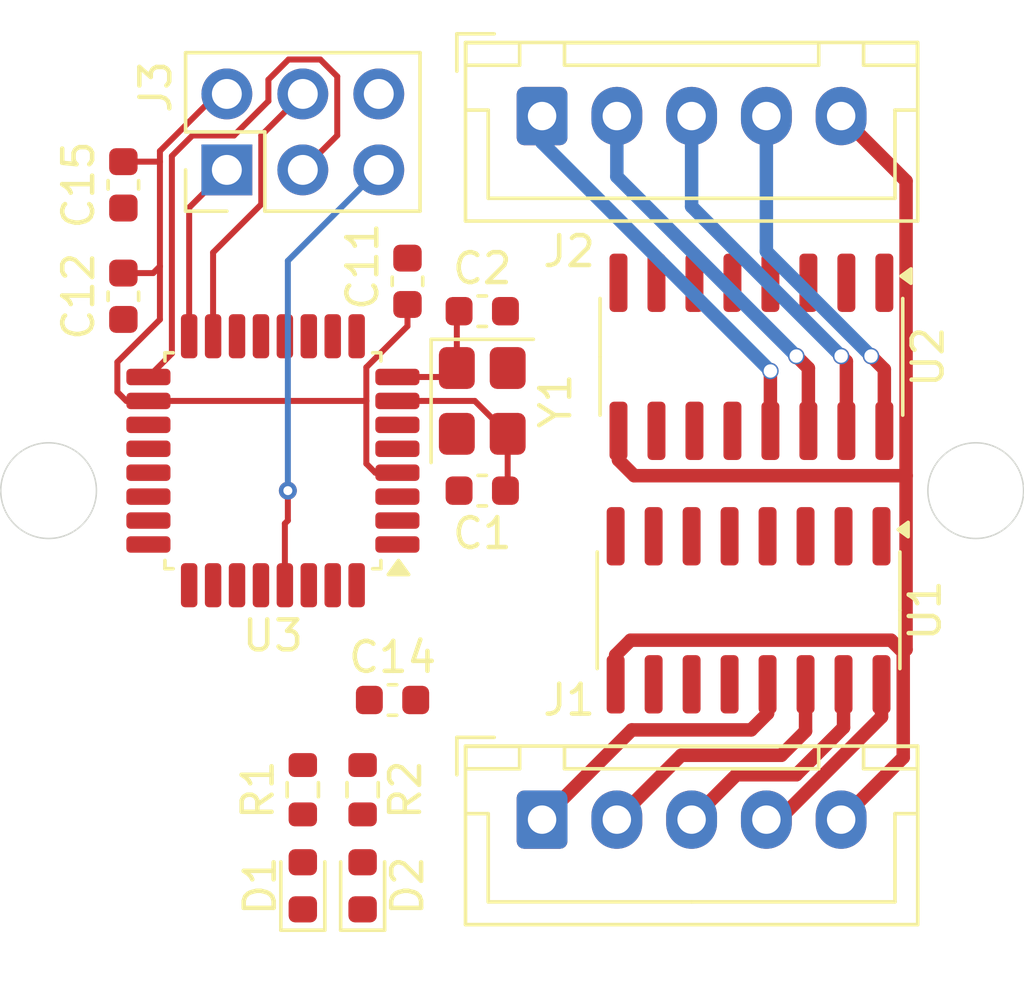
<source format=kicad_pcb>
(kicad_pcb (version 20241229) (generator "pcbnew") (generator_version "9.0")
  (layers (0 "F.Cu" signal) (2 "B.Cu" signal) (13 "F.Paste" user) (15 "B.Paste" user) (5 "F.SilkS" user "F.Silkscreen") (7 "B.SilkS" user "B.Silkscreen") (1 "F.Mask" user) (3 "B.Mask" user) (25 "Edge.Cuts" user))
  (net 0 "")
  (net 1 "GND")
  (net 2 "XTAL1")
  (net 3 "XTAL2")
  (net 4 "VBUS")
  (net 5 "Net-(D1-A)")
  (net 6 "Net-(D2-A)")
  (net 7 "Net-(J1-Pin_4)")
  (net 8 "Net-(J1-Pin_3)")
  (net 9 "Net-(J1-Pin_2)")
  (net 10 "Net-(J1-Pin_1)")
  (net 11 "+5V")
  (net 12 "Net-(J2-Pin_4)")
  (net 13 "Net-(J2-Pin_3)")
  (net 14 "Net-(J2-Pin_1)")
  (net 15 "Net-(J2-Pin_2)")
  (net 16 "RST")
  (net 17 "MISO")
  (net 18 "SCK")
  (net 19 "MOSI")
  (net 20 "LED1")
  (net 21 "INT4")
  (net 22 "INT2")
  (net 29 "INT3")
  (net 30 "INT1")
  (net 34 "INT8")
  (net 37 "INT5")
  (net 38 "INT6")
  (net 40 "INT7")
  (net 46 "STEP")
  (net 51 "DIR")
  (footprint "Resistor_SMD:R_0603_1608Metric" (layer "F.Cu") (at 115 59 -90)
    (property "Reference" "R1" (at 0 1.5 90) (layer "F.SilkS"))
    (property "Value" "1.1K")
    (fp_line (start -0.237258 0.5225) (end 0.237258 0.5225) (stroke (width 0.12)) (layer "F.SilkS"))
    (fp_line (start -0.237258 -0.5225) (end 0.237258 -0.5225) (stroke (width 0.12)) (layer "F.SilkS"))
    (pad "1" smd roundrect (at -0.825 0 270) (size 0.8 0.95) (layers "F.Cu" "F.Mask" "F.Paste") (net 20 "LED1"))
    (pad "2" smd roundrect (at 0.825 0 270) (size 0.8 0.95) (layers "F.Cu" "F.Mask" "F.Paste") (net 5 "Net-(D1-A)"))
  )
  (footprint "Package_SO:SOIC-16_3.9x9.9mm_P1.27mm" (layer "F.Cu") (at 130 44.525 -90)
    (property "Reference" "U2" (at 0 -5.9 90) (layer "F.SilkS"))
    (property "Value" "ULN2003")
    (fp_line (start 0 5.06) (end -1.95 5.06) (stroke (width 0.12)) (layer "F.SilkS"))
    (fp_line (start 0 5.06) (end 1.95 5.06) (stroke (width 0.12)) (layer "F.SilkS"))
    (fp_line (start 0 -5.06) (end -1.95 -5.06) (stroke (width 0.12)) (layer "F.SilkS"))
    (fp_line (start 0 -5.06) (end 1.95 -5.06) (stroke (width 0.12)) (layer "F.SilkS"))
    (fp_poly (pts (xy -2.7 -5.005) (xy -2.94 -5.335) (xy -2.46 -5.335)) (stroke (width 0.12)) (fill yes) (layer "F.SilkS"))
    (pad "1" smd roundrect (at -2.475 -4.445 270) (size 1.95 0.6) (layers "F.Cu" "F.Mask" "F.Paste") (net 37 "INT5"))
    (pad "2" smd roundrect (at -2.475 -3.175 270) (size 1.95 0.6) (layers "F.Cu" "F.Mask" "F.Paste") (net 38 "INT6"))
    (pad "3" smd roundrect (at -2.475 -1.905 270) (size 1.95 0.6) (layers "F.Cu" "F.Mask" "F.Paste") (net 40 "INT7"))
    (pad "4" smd roundrect (at -2.475 -0.635 270) (size 1.95 0.6) (layers "F.Cu" "F.Mask" "F.Paste") (net 34 "INT8"))
    (pad "5" smd roundrect (at -2.475 0.635 270) (size 1.95 0.6) (layers "F.Cu" "F.Mask" "F.Paste"))
    (pad "6" smd roundrect (at -2.475 1.905 270) (size 1.95 0.6) (layers "F.Cu" "F.Mask" "F.Paste"))
    (pad "7" smd roundrect (at -2.475 3.175 270) (size 1.95 0.6) (layers "F.Cu" "F.Mask" "F.Paste"))
    (pad "8" smd roundrect (at -2.475 4.445 270) (size 1.95 0.6) (layers "F.Cu" "F.Mask" "F.Paste") (net 1 "GND"))
    (pad "9" smd roundrect (at 2.475 4.445 270) (size 1.95 0.6) (layers "F.Cu" "F.Mask" "F.Paste") (net 11 "+5V"))
    (pad "10" smd roundrect (at 2.475 3.175 270) (size 1.95 0.6) (layers "F.Cu" "F.Mask" "F.Paste"))
    (pad "11" smd roundrect (at 2.475 1.905 270) (size 1.95 0.6) (layers "F.Cu" "F.Mask" "F.Paste"))
    (pad "12" smd roundrect (at 2.475 0.635 270) (size 1.95 0.6) (layers "F.Cu" "F.Mask" "F.Paste"))
    (pad "13" smd roundrect (at 2.475 -0.635 270) (size 1.95 0.6) (layers "F.Cu" "F.Mask" "F.Paste") (net 14 "Net-(J2-Pin_1)"))
    (pad "14" smd roundrect (at 2.475 -1.905 270) (size 1.95 0.6) (layers "F.Cu" "F.Mask" "F.Paste") (net 15 "Net-(J2-Pin_2)"))
    (pad "15" smd roundrect (at 2.475 -3.175 270) (size 1.95 0.6) (layers "F.Cu" "F.Mask" "F.Paste") (net 13 "Net-(J2-Pin_3)"))
    (pad "16" smd roundrect (at 2.475 -4.445 270) (size 1.95 0.6) (layers "F.Cu" "F.Mask" "F.Paste") (net 12 "Net-(J2-Pin_4)"))
  )
  (footprint "Package_SO:SOIC-16_3.9x9.9mm_P1.27mm" (layer "F.Cu") (at 129.905 53 -90)
    (property "Reference" "U1" (at 0 -5.9 90) (layer "F.SilkS"))
    (property "Value" "ULN2003")
    (fp_line (start 0 5.06) (end -1.95 5.06) (stroke (width 0.12)) (layer "F.SilkS"))
    (fp_line (start 0 5.06) (end 1.95 5.06) (stroke (width 0.12)) (layer "F.SilkS"))
    (fp_line (start 0 -5.06) (end -1.95 -5.06) (stroke (width 0.12)) (layer "F.SilkS"))
    (fp_line (start 0 -5.06) (end 1.95 -5.06) (stroke (width 0.12)) (layer "F.SilkS"))
    (fp_poly (pts (xy -2.7 -5.005) (xy -2.94 -5.335) (xy -2.46 -5.335)) (stroke (width 0.12)) (fill yes) (layer "F.SilkS"))
    (pad "1" smd roundrect (at -2.475 -4.445 270) (size 1.95 0.6) (layers "F.Cu" "F.Mask" "F.Paste") (net 30 "INT1"))
    (pad "2" smd roundrect (at -2.475 -3.175 270) (size 1.95 0.6) (layers "F.Cu" "F.Mask" "F.Paste") (net 22 "INT2"))
    (pad "3" smd roundrect (at -2.475 -1.905 270) (size 1.95 0.6) (layers "F.Cu" "F.Mask" "F.Paste") (net 29 "INT3"))
    (pad "4" smd roundrect (at -2.475 -0.635 270) (size 1.95 0.6) (layers "F.Cu" "F.Mask" "F.Paste") (net 21 "INT4"))
    (pad "5" smd roundrect (at -2.475 0.635 270) (size 1.95 0.6) (layers "F.Cu" "F.Mask" "F.Paste"))
    (pad "6" smd roundrect (at -2.475 1.905 270) (size 1.95 0.6) (layers "F.Cu" "F.Mask" "F.Paste"))
    (pad "7" smd roundrect (at -2.475 3.175 270) (size 1.95 0.6) (layers "F.Cu" "F.Mask" "F.Paste"))
    (pad "8" smd roundrect (at -2.475 4.445 270) (size 1.95 0.6) (layers "F.Cu" "F.Mask" "F.Paste") (net 1 "GND"))
    (pad "9" smd roundrect (at 2.475 4.445 270) (size 1.95 0.6) (layers "F.Cu" "F.Mask" "F.Paste") (net 11 "+5V"))
    (pad "10" smd roundrect (at 2.475 3.175 270) (size 1.95 0.6) (layers "F.Cu" "F.Mask" "F.Paste"))
    (pad "11" smd roundrect (at 2.475 1.905 270) (size 1.95 0.6) (layers "F.Cu" "F.Mask" "F.Paste"))
    (pad "12" smd roundrect (at 2.475 0.635 270) (size 1.95 0.6) (layers "F.Cu" "F.Mask" "F.Paste"))
    (pad "13" smd roundrect (at 2.475 -0.635 270) (size 1.95 0.6) (layers "F.Cu" "F.Mask" "F.Paste") (net 10 "Net-(J1-Pin_1)"))
    (pad "14" smd roundrect (at 2.475 -1.905 270) (size 1.95 0.6) (layers "F.Cu" "F.Mask" "F.Paste") (net 9 "Net-(J1-Pin_2)"))
    (pad "15" smd roundrect (at 2.475 -3.175 270) (size 1.95 0.6) (layers "F.Cu" "F.Mask" "F.Paste") (net 8 "Net-(J1-Pin_3)"))
    (pad "16" smd roundrect (at 2.475 -4.445 270) (size 1.95 0.6) (layers "F.Cu" "F.Mask" "F.Paste") (net 7 "Net-(J1-Pin_4)"))
  )
  (footprint "Connector_JST:JST_XH_B5B-XH-A_1x05_P2.50mm_Vertical" (layer "F.Cu") (at 123 36.475)
    (property "Reference" "J2" (at 0.905 4.525 0) (layer "F.SilkS"))
    (property "Value" "Conn_01x05_Pin")
    (fp_line (start -2.85 -2.75) (end -2.85 -1.5) (stroke (width 0.12)) (layer "F.SilkS"))
    (fp_line (start -2.56 -2.46) (end -2.56 3.51) (stroke (width 0.12)) (layer "F.SilkS"))
    (fp_line (start -2.56 3.51) (end 12.56 3.51) (stroke (width 0.12)) (layer "F.SilkS"))
    (fp_line (start -2.55 -2.45) (end -2.55 -1.7) (stroke (width 0.12)) (layer "F.SilkS"))
    (fp_line (start -2.55 -1.7) (end -0.75 -1.7) (stroke (width 0.12)) (layer "F.SilkS"))
    (fp_line (start -2.55 -0.2) (end -1.8 -0.2) (stroke (width 0.12)) (layer "F.SilkS"))
    (fp_line (start -1.8 -0.2) (end -1.8 2.75) (stroke (width 0.12)) (layer "F.SilkS"))
    (fp_line (start -1.8 2.75) (end 5 2.75) (stroke (width 0.12)) (layer "F.SilkS"))
    (fp_line (start -1.6 -2.75) (end -2.85 -2.75) (stroke (width 0.12)) (layer "F.SilkS"))
    (fp_line (start -0.75 -2.45) (end -2.55 -2.45) (stroke (width 0.12)) (layer "F.SilkS"))
    (fp_line (start -0.75 -1.7) (end -0.75 -2.45) (stroke (width 0.12)) (layer "F.SilkS"))
    (fp_line (start 0.75 -2.45) (end 0.75 -1.7) (stroke (width 0.12)) (layer "F.SilkS"))
    (fp_line (start 0.75 -1.7) (end 9.25 -1.7) (stroke (width 0.12)) (layer "F.SilkS"))
    (fp_line (start 9.25 -2.45) (end 0.75 -2.45) (stroke (width 0.12)) (layer "F.SilkS"))
    (fp_line (start 9.25 -1.7) (end 9.25 -2.45) (stroke (width 0.12)) (layer "F.SilkS"))
    (fp_line (start 10.75 -2.45) (end 10.75 -1.7) (stroke (width 0.12)) (layer "F.SilkS"))
    (fp_line (start 10.75 -1.7) (end 12.55 -1.7) (stroke (width 0.12)) (layer "F.SilkS"))
    (fp_line (start 11.8 -0.2) (end 11.8 2.75) (stroke (width 0.12)) (layer "F.SilkS"))
    (fp_line (start 11.8 2.75) (end 5 2.75) (stroke (width 0.12)) (layer "F.SilkS"))
    (fp_line (start 12.55 -2.45) (end 10.75 -2.45) (stroke (width 0.12)) (layer "F.SilkS"))
    (fp_line (start 12.55 -1.7) (end 12.55 -2.45) (stroke (width 0.12)) (layer "F.SilkS"))
    (fp_line (start 12.55 -0.2) (end 11.8 -0.2) (stroke (width 0.12)) (layer "F.SilkS"))
    (fp_line (start 12.56 -2.46) (end -2.56 -2.46) (stroke (width 0.12)) (layer "F.SilkS"))
    (fp_line (start 12.56 3.51) (end 12.56 -2.46) (stroke (width 0.12)) (layer "F.SilkS"))
    (pad "1" thru_hole roundrect (at 0 0) (size 1.7 1.95) (drill 0.95) (layers "*.Cu" "*.Mask") (roundrect_rratio 0.147059) (net 14 "Net-(J2-Pin_1)"))
    (pad "2" thru_hole oval (at 2.5 0) (size 1.7 1.95) (drill 0.95) (layers "*.Cu" "*.Mask") (net 15 "Net-(J2-Pin_2)"))
    (pad "3" thru_hole oval (at 5 0) (size 1.7 1.95) (drill 0.95) (layers "*.Cu" "*.Mask") (net 13 "Net-(J2-Pin_3)"))
    (pad "4" thru_hole oval (at 7.5 0) (size 1.7 1.95) (drill 0.95) (layers "*.Cu" "*.Mask") (net 12 "Net-(J2-Pin_4)"))
    (pad "5" thru_hole oval (at 10 0) (size 1.7 1.95) (drill 0.95) (layers "*.Cu" "*.Mask") (net 11 "+5V"))
  )
  (footprint "Resistor_SMD:R_0603_1608Metric" (layer "F.Cu") (at 117 59 -90)
    (property "Reference" "R2" (at 0 -1.43 90) (layer "F.SilkS"))
    (property "Value" "500")
    (fp_line (start -0.237258 0.5225) (end 0.237258 0.5225) (stroke (width 0.12)) (layer "F.SilkS"))
    (fp_line (start -0.237258 -0.5225) (end 0.237258 -0.5225) (stroke (width 0.12)) (layer "F.SilkS"))
    (pad "1" smd roundrect (at -0.825 0 270) (size 0.8 0.95) (layers "F.Cu" "F.Mask" "F.Paste") (net 4 "VBUS"))
    (pad "2" smd roundrect (at 0.825 0 270) (size 0.8 0.95) (layers "F.Cu" "F.Mask" "F.Paste") (net 6 "Net-(D2-A)"))
  )
  (footprint "LED_SMD:LED_0603_1608Metric" (layer "F.Cu") (at 115 62.2125 90)
    (property "Reference" "D1" (at 0 -1.43 90) (layer "F.SilkS"))
    (property "Value" "LED")
    (fp_line (start 0.8 -0.735) (end -1.485 -0.735) (stroke (width 0.12)) (layer "F.SilkS"))
    (fp_line (start -1.485 -0.735) (end -1.485 0.735) (stroke (width 0.12)) (layer "F.SilkS"))
    (fp_line (start -1.485 0.735) (end 0.8 0.735) (stroke (width 0.12)) (layer "F.SilkS"))
    (pad "1" smd roundrect (at -0.7875 0 90) (size 0.875 0.95) (layers "F.Cu" "F.Mask" "F.Paste") (net 1 "GND"))
    (pad "2" smd roundrect (at 0.7875 0 90) (size 0.875 0.95) (layers "F.Cu" "F.Mask" "F.Paste") (net 5 "Net-(D1-A)"))
  )
  (footprint "Capacitor_SMD:C_0603_1608Metric" (layer "F.Cu") (at 109 42.5 -90)
    (property "Reference" "C12" (at 0 1.5 90) (layer "F.SilkS"))
    (property "Value" "100n")
    (fp_line (start -0.14058 0.51) (end 0.14058 0.51) (stroke (width 0.12)) (layer "F.SilkS"))
    (fp_line (start -0.14058 -0.51) (end 0.14058 -0.51) (stroke (width 0.12)) (layer "F.SilkS"))
    (pad "1" smd roundrect (at -0.775 0 270) (size 0.9 0.95) (layers "F.Cu" "F.Mask" "F.Paste") (net 4 "VBUS"))
    (pad "2" smd roundrect (at 0.775 0 270) (size 0.9 0.95) (layers "F.Cu" "F.Mask" "F.Paste") (net 1 "GND"))
  )
  (footprint "Package_QFP:TQFP-32_7x7mm_P0.8mm" (layer "F.Cu") (at 114 48 180)
    (property "Reference" "U3" (at 0 -5.85 0) (layer "F.SilkS"))
    (property "Value" "ATmega328PB-A")
    (fp_line (start 3.61 3.61) (end 3.61 3.335) (stroke (width 0.12)) (layer "F.SilkS"))
    (fp_line (start 3.61 -3.61) (end 3.61 -3.335) (stroke (width 0.12)) (layer "F.SilkS"))
    (fp_line (start 3.335 3.61) (end 3.61 3.61) (stroke (width 0.12)) (layer "F.SilkS"))
    (fp_line (start 3.335 -3.61) (end 3.61 -3.61) (stroke (width 0.12)) (layer "F.SilkS"))
    (fp_line (start -3.335 3.61) (end -3.61 3.61) (stroke (width 0.12)) (layer "F.SilkS"))
    (fp_line (start -3.335 -3.61) (end -3.61 -3.61) (stroke (width 0.12)) (layer "F.SilkS"))
    (fp_line (start -3.61 3.61) (end -3.61 3.335) (stroke (width 0.12)) (layer "F.SilkS"))
    (fp_line (start -3.61 -3.61) (end -3.61 -3.335) (stroke (width 0.12)) (layer "F.SilkS"))
    (fp_poly (pts (xy -4.2 -3.335) (xy -4.54 -3.805) (xy -3.86 -3.805)) (stroke (width 0.12)) (fill yes) (layer "F.SilkS"))
    (pad "1" smd roundrect (at -4.1625 -2.8 180) (size 1.475 0.55) (layers "F.Cu" "F.Mask" "F.Paste"))
    (pad "2" smd roundrect (at -4.1625 -2 180) (size 1.475 0.55) (layers "F.Cu" "F.Mask" "F.Paste"))
    (pad "3" smd roundrect (at -4.1625 -1.2 180) (size 1.475 0.55) (layers "F.Cu" "F.Mask" "F.Paste"))
    (pad "4" smd roundrect (at -4.1625 -0.4 180) (size 1.475 0.55) (layers "F.Cu" "F.Mask" "F.Paste") (net 4 "VBUS"))
    (pad "5" smd roundrect (at -4.1625 0.4 180) (size 1.475 0.55) (layers "F.Cu" "F.Mask" "F.Paste") (net 1 "GND"))
    (pad "6" smd roundrect (at -4.1625 1.2 180) (size 1.475 0.55) (layers "F.Cu" "F.Mask" "F.Paste"))
    (pad "7" smd roundrect (at -4.1625 2 180) (size 1.475 0.55) (layers "F.Cu" "F.Mask" "F.Paste") (net 2 "XTAL1"))
    (pad "8" smd roundrect (at -4.1625 2.8 180) (size 1.475 0.55) (layers "F.Cu" "F.Mask" "F.Paste") (net 3 "XTAL2"))
    (pad "9" smd roundrect (at -2.8 4.1625 180) (size 0.55 1.475) (layers "F.Cu" "F.Mask" "F.Paste"))
    (pad "10" smd roundrect (at -2 4.1625 180) (size 0.55 1.475) (layers "F.Cu" "F.Mask" "F.Paste"))
    (pad "11" smd roundrect (at -1.2 4.1625 180) (size 0.55 1.475) (layers "F.Cu" "F.Mask" "F.Paste"))
    (pad "12" smd roundrect (at -0.4 4.1625 180) (size 0.55 1.475) (layers "F.Cu" "F.Mask" "F.Paste"))
    (pad "13" smd roundrect (at 0.4 4.1625 180) (size 0.55 1.475) (layers "F.Cu" "F.Mask" "F.Paste"))
    (pad "14" smd roundrect (at 1.2 4.1625 180) (size 0.55 1.475) (layers "F.Cu" "F.Mask" "F.Paste"))
    (pad "15" smd roundrect (at 2 4.1625 180) (size 0.55 1.475) (layers "F.Cu" "F.Mask" "F.Paste") (net 19 "MOSI"))
    (pad "16" smd roundrect (at 2.8 4.1625 180) (size 0.55 1.475) (layers "F.Cu" "F.Mask" "F.Paste") (net 17 "MISO"))
    (pad "17" smd roundrect (at 4.1625 2.8 180) (size 1.475 0.55) (layers "F.Cu" "F.Mask" "F.Paste") (net 18 "SCK"))
    (pad "18" smd roundrect (at 4.1625 2 180) (size 1.475 0.55) (layers "F.Cu" "F.Mask" "F.Paste") (net 4 "VBUS"))
    (pad "19" smd roundrect (at 4.1625 1.2 180) (size 1.475 0.55) (layers "F.Cu" "F.Mask" "F.Paste"))
    (pad "20" smd roundrect (at 4.1625 0.4 180) (size 1.475 0.55) (layers "F.Cu" "F.Mask" "F.Paste"))
    (pad "21" smd roundrect (at 4.1625 -0.4 180) (size 1.475 0.55) (layers "F.Cu" "F.Mask" "F.Paste") (net 1 "GND"))
    (pad "22" smd roundrect (at 4.1625 -1.2 180) (size 1.475 0.55) (layers "F.Cu" "F.Mask" "F.Paste"))
    (pad "23" smd roundrect (at 4.1625 -2 180) (size 1.475 0.55) (layers "F.Cu" "F.Mask" "F.Paste") (net 20 "LED1"))
    (pad "24" smd roundrect (at 4.1625 -2.8 180) (size 1.475 0.55) (layers "F.Cu" "F.Mask" "F.Paste"))
    (pad "25" smd roundrect (at 2.8 -4.1625 180) (size 0.55 1.475) (layers "F.Cu" "F.Mask" "F.Paste"))
    (pad "26" smd roundrect (at 2 -4.1625 180) (size 0.55 1.475) (layers "F.Cu" "F.Mask" "F.Paste"))
    (pad "27" smd roundrect (at 1.2 -4.1625 180) (size 0.55 1.475) (layers "F.Cu" "F.Mask" "F.Paste"))
    (pad "28" smd roundrect (at 0.4 -4.1625 180) (size 0.55 1.475) (layers "F.Cu" "F.Mask" "F.Paste"))
    (pad "29" smd roundrect (at -0.4 -4.1625 180) (size 0.55 1.475) (layers "F.Cu" "F.Mask" "F.Paste") (net 16 "RST"))
    (pad "30" smd roundrect (at -1.2 -4.1625 180) (size 0.55 1.475) (layers "F.Cu" "F.Mask" "F.Paste") (net 46 "STEP"))
    (pad "31" smd roundrect (at -2 -4.1625 180) (size 0.55 1.475) (layers "F.Cu" "F.Mask" "F.Paste") (net 51 "DIR"))
    (pad "32" smd roundrect (at -2.8 -4.1625 180) (size 0.55 1.475) (layers "F.Cu" "F.Mask" "F.Paste"))
  )
  (footprint "Connector_JST:JST_XH_B5B-XH-A_1x05_P2.50mm_Vertical" (layer "F.Cu") (at 123 60)
    (property "Reference" "J1" (at 0.905 -4 0) (layer "F.SilkS"))
    (property "Value" "Conn_01x05_Pin")
    (fp_line (start -2.85 -2.75) (end -2.85 -1.5) (stroke (width 0.12)) (layer "F.SilkS"))
    (fp_line (start -2.56 -2.46) (end -2.56 3.51) (stroke (width 0.12)) (layer "F.SilkS"))
    (fp_line (start -2.56 3.51) (end 12.56 3.51) (stroke (width 0.12)) (layer "F.SilkS"))
    (fp_line (start -2.55 -2.45) (end -2.55 -1.7) (stroke (width 0.12)) (layer "F.SilkS"))
    (fp_line (start -2.55 -1.7) (end -0.75 -1.7) (stroke (width 0.12)) (layer "F.SilkS"))
    (fp_line (start -2.55 -0.2) (end -1.8 -0.2) (stroke (width 0.12)) (layer "F.SilkS"))
    (fp_line (start -1.8 -0.2) (end -1.8 2.75) (stroke (width 0.12)) (layer "F.SilkS"))
    (fp_line (start -1.8 2.75) (end 5 2.75) (stroke (width 0.12)) (layer "F.SilkS"))
    (fp_line (start -1.6 -2.75) (end -2.85 -2.75) (stroke (width 0.12)) (layer "F.SilkS"))
    (fp_line (start -0.75 -2.45) (end -2.55 -2.45) (stroke (width 0.12)) (layer "F.SilkS"))
    (fp_line (start -0.75 -1.7) (end -0.75 -2.45) (stroke (width 0.12)) (layer "F.SilkS"))
    (fp_line (start 0.75 -2.45) (end 0.75 -1.7) (stroke (width 0.12)) (layer "F.SilkS"))
    (fp_line (start 0.75 -1.7) (end 9.25 -1.7) (stroke (width 0.12)) (layer "F.SilkS"))
    (fp_line (start 9.25 -2.45) (end 0.75 -2.45) (stroke (width 0.12)) (layer "F.SilkS"))
    (fp_line (start 9.25 -1.7) (end 9.25 -2.45) (stroke (width 0.12)) (layer "F.SilkS"))
    (fp_line (start 10.75 -2.45) (end 10.75 -1.7) (stroke (width 0.12)) (layer "F.SilkS"))
    (fp_line (start 10.75 -1.7) (end 12.55 -1.7) (stroke (width 0.12)) (layer "F.SilkS"))
    (fp_line (start 11.8 -0.2) (end 11.8 2.75) (stroke (width 0.12)) (layer "F.SilkS"))
    (fp_line (start 11.8 2.75) (end 5 2.75) (stroke (width 0.12)) (layer "F.SilkS"))
    (fp_line (start 12.55 -2.45) (end 10.75 -2.45) (stroke (width 0.12)) (layer "F.SilkS"))
    (fp_line (start 12.55 -1.7) (end 12.55 -2.45) (stroke (width 0.12)) (layer "F.SilkS"))
    (fp_line (start 12.55 -0.2) (end 11.8 -0.2) (stroke (width 0.12)) (layer "F.SilkS"))
    (fp_line (start 12.56 -2.46) (end -2.56 -2.46) (stroke (width 0.12)) (layer "F.SilkS"))
    (fp_line (start 12.56 3.51) (end 12.56 -2.46) (stroke (width 0.12)) (layer "F.SilkS"))
    (pad "1" thru_hole roundrect (at 0 0) (size 1.7 1.95) (drill 0.95) (layers "*.Cu" "*.Mask") (roundrect_rratio 0.147059) (net 10 "Net-(J1-Pin_1)"))
    (pad "2" thru_hole oval (at 2.5 0) (size 1.7 1.95) (drill 0.95) (layers "*.Cu" "*.Mask") (net 9 "Net-(J1-Pin_2)"))
    (pad "3" thru_hole oval (at 5 0) (size 1.7 1.95) (drill 0.95) (layers "*.Cu" "*.Mask") (net 8 "Net-(J1-Pin_3)"))
    (pad "4" thru_hole oval (at 7.5 0) (size 1.7 1.95) (drill 0.95) (layers "*.Cu" "*.Mask") (net 7 "Net-(J1-Pin_4)"))
    (pad "5" thru_hole oval (at 10 0) (size 1.7 1.95) (drill 0.95) (layers "*.Cu" "*.Mask") (net 11 "+5V"))
  )
  (footprint "Crystal:Crystal_SMD_3225-4Pin_3.2x2.5mm" (layer "F.Cu") (at 121 46 -90)
    (property "Reference" "Y1" (at 0 -2.45 90) (layer "F.SilkS"))
    (property "Value" "Crystal_GND24")
    (fp_line (start -2.06 1.71) (end 2.06 1.71) (stroke (width 0.12)) (layer "F.SilkS"))
    (fp_line (start -2.06 -1.71) (end -2.06 1.71) (stroke (width 0.12)) (layer "F.SilkS"))
    (pad "1" smd roundrect (at -1.1 0.85 270) (size 1.4 1.2) (layers "F.Cu" "F.Mask" "F.Paste") (roundrect_rratio 0.208333) (net 3 "XTAL2"))
    (pad "2" smd roundrect (at 1.1 0.85 270) (size 1.4 1.2) (layers "F.Cu" "F.Mask" "F.Paste") (roundrect_rratio 0.208333) (net 1 "GND"))
    (pad "3" smd roundrect (at 1.1 -0.85 270) (size 1.4 1.2) (layers "F.Cu" "F.Mask" "F.Paste") (roundrect_rratio 0.208333) (net 2 "XTAL1"))
    (pad "4" smd roundrect (at -1.1 -0.85 270) (size 1.4 1.2) (layers "F.Cu" "F.Mask" "F.Paste") (roundrect_rratio 0.208333) (net 1 "GND"))
  )
  (footprint "Capacitor_SMD:C_0603_1608Metric" (layer "F.Cu") (at 121 49 180)
    (property "Reference" "C1" (at 0 -1.43 0) (layer "F.SilkS"))
    (property "Value" "10pf")
    (fp_line (start -0.14058 0.51) (end 0.14058 0.51) (stroke (width 0.12)) (layer "F.SilkS"))
    (fp_line (start -0.14058 -0.51) (end 0.14058 -0.51) (stroke (width 0.12)) (layer "F.SilkS"))
    (pad "1" smd roundrect (at -0.775 0 180) (size 0.9 0.95) (layers "F.Cu" "F.Mask" "F.Paste") (net 2 "XTAL1"))
    (pad "2" smd roundrect (at 0.775 0 180) (size 0.9 0.95) (layers "F.Cu" "F.Mask" "F.Paste") (net 1 "GND"))
  )
  (footprint "Connector_PinHeader_2.54mm:PinHeader_2x03_P2.54mm_Vertical" (layer "F.Cu") (at 112.46 38.275 90)
    (property "Reference" "J3" (at 2.775 -2.38 90) (layer "F.SilkS"))
    (property "Value" "AVR-ISP-6")
    (fp_line (start 3.92 -1.38) (end 3.92 6.46) (stroke (width 0.12)) (layer "F.SilkS"))
    (fp_line (start 1.27 -1.38) (end 3.92 -1.38) (stroke (width 0.12)) (layer "F.SilkS"))
    (fp_line (start -1.38 -1.38) (end 0 -1.38) (stroke (width 0.12)) (layer "F.SilkS"))
    (fp_line (start -1.38 0) (end -1.38 -1.38) (stroke (width 0.12)) (layer "F.SilkS"))
    (fp_line (start 1.27 1.27) (end 1.27 -1.38) (stroke (width 0.12)) (layer "F.SilkS"))
    (fp_line (start -1.38 1.27) (end 1.27 1.27) (stroke (width 0.12)) (layer "F.SilkS"))
    (fp_line (start -1.38 1.27) (end -1.38 6.46) (stroke (width 0.12)) (layer "F.SilkS"))
    (fp_line (start -1.38 6.46) (end 3.92 6.46) (stroke (width 0.12)) (layer "F.SilkS"))
    (pad "1" thru_hole rect (at 0 0 90) (size 1.7 1.7) (drill 1) (layers "*.Cu" "*.Mask") (net 17 "MISO"))
    (pad "2" thru_hole circle (at 2.54 0 90) (size 1.7 1.7) (drill 1) (layers "*.Cu" "*.Mask") (net 4 "VBUS"))
    (pad "3" thru_hole circle (at 0 2.54 90) (size 1.7 1.7) (drill 1) (layers "*.Cu" "*.Mask") (net 18 "SCK"))
    (pad "4" thru_hole circle (at 2.54 2.54 90) (size 1.7 1.7) (drill 1) (layers "*.Cu" "*.Mask") (net 19 "MOSI"))
    (pad "5" thru_hole circle (at 0 5.08 90) (size 1.7 1.7) (drill 1) (layers "*.Cu" "*.Mask") (net 16 "RST"))
    (pad "6" thru_hole circle (at 2.54 5.08 90) (size 1.7 1.7) (drill 1) (layers "*.Cu" "*.Mask") (net 1 "GND"))
  )
  (footprint "Capacitor_SMD:C_0603_1608Metric" (layer "F.Cu") (at 118.5 42 90)
    (property "Reference" "C11" (at 0.5 -1.5 90) (layer "F.SilkS"))
    (property "Value" "100n")
    (fp_line (start -0.14058 -0.51) (end 0.14058 -0.51) (stroke (width 0.12)) (layer "F.SilkS"))
    (fp_line (start -0.14058 0.51) (end 0.14058 0.51) (stroke (width 0.12)) (layer "F.SilkS"))
    (pad "1" smd roundrect (at -0.775 0 90) (size 0.9 0.95) (layers "F.Cu" "F.Mask" "F.Paste") (net 4 "VBUS"))
    (pad "2" smd roundrect (at 0.775 0 90) (size 0.9 0.95) (layers "F.Cu" "F.Mask" "F.Paste") (net 1 "GND"))
  )
  (footprint "LED_SMD:LED_0603_1608Metric" (layer "F.Cu") (at 117 62.2125 90)
    (property "Reference" "D2" (at 0 1.5 90) (layer "F.SilkS"))
    (property "Value" "LED")
    (fp_line (start 0.8 -0.735) (end -1.485 -0.735) (stroke (width 0.12)) (layer "F.SilkS"))
    (fp_line (start -1.485 -0.735) (end -1.485 0.735) (stroke (width 0.12)) (layer "F.SilkS"))
    (fp_line (start -1.485 0.735) (end 0.8 0.735) (stroke (width 0.12)) (layer "F.SilkS"))
    (pad "1" smd roundrect (at -0.7875 0 90) (size 0.875 0.95) (layers "F.Cu" "F.Mask" "F.Paste") (net 1 "GND"))
    (pad "2" smd roundrect (at 0.7875 0 90) (size 0.875 0.95) (layers "F.Cu" "F.Mask" "F.Paste") (net 6 "Net-(D2-A)"))
  )
  (footprint "Capacitor_SMD:C_0603_1608Metric" (layer "F.Cu") (at 109 38.775 -90)
    (property "Reference" "C15" (at 0 1.5 90) (layer "F.SilkS"))
    (property "Value" "1p")
    (fp_line (start -0.14058 0.51) (end 0.14058 0.51) (stroke (width 0.12)) (layer "F.SilkS"))
    (fp_line (start -0.14058 -0.51) (end 0.14058 -0.51) (stroke (width 0.12)) (layer "F.SilkS"))
    (pad "1" smd roundrect (at -0.775 0 270) (size 0.9 0.95) (layers "F.Cu" "F.Mask" "F.Paste") (net 4 "VBUS"))
    (pad "2" smd roundrect (at 0.775 0 270) (size 0.9 0.95) (layers "F.Cu" "F.Mask" "F.Paste") (net 1 "GND"))
  )
  (footprint "Capacitor_SMD:C_0603_1608Metric" (layer "F.Cu") (at 118 56)
    (property "Reference" "C14" (at 0 -1.43 0) (layer "F.SilkS"))
    (property "Value" "10n")
    (fp_line (start -0.14058 -0.51) (end 0.14058 -0.51) (stroke (width 0.12)) (layer "F.SilkS"))
    (fp_line (start -0.14058 0.51) (end 0.14058 0.51) (stroke (width 0.12)) (layer "F.SilkS"))
    (pad "1" smd roundrect (at -0.775 0) (size 0.9 0.95) (layers "F.Cu" "F.Mask" "F.Paste") (net 4 "VBUS"))
    (pad "2" smd roundrect (at 0.775 0) (size 0.9 0.95) (layers "F.Cu" "F.Mask" "F.Paste") (net 1 "GND"))
  )
  (footprint "Capacitor_SMD:C_0603_1608Metric" (layer "F.Cu") (at 121 43)
    (property "Reference" "C2" (at 0 -1.43 0) (layer "F.SilkS"))
    (property "Value" "10pf")
    (fp_line (start -0.14058 -0.51) (end 0.14058 -0.51) (stroke (width 0.12)) (layer "F.SilkS"))
    (fp_line (start -0.14058 0.51) (end 0.14058 0.51) (stroke (width 0.12)) (layer "F.SilkS"))
    (pad "1" smd roundrect (at -0.775 0) (size 0.9 0.95) (layers "F.Cu" "F.Mask" "F.Paste") (net 3 "XTAL2"))
    (pad "2" smd roundrect (at 0.775 0) (size 0.9 0.95) (layers "F.Cu" "F.Mask" "F.Paste") (net 1 "GND"))
  )
  (gr_circle (center 106.5 49) (end 108.1 49) (stroke (width 0.05)) (fill no) (layer "Edge.Cuts"))
  (gr_circle (center 137.5 49) (end 139.1 49) (stroke (width 0.05)) (fill no) (layer "Edge.Cuts"))
  (segment (start 121.85 48.925) (end 121.775 49) (width 0.2) (layer "F.Cu") (net 2))
  (segment (start 121.85 47.1) (end 121.85 48.925) (width 0.2) (layer "F.Cu") (net 2))
  (segment (start 118.1625 46) (end 120.75 46) (width 0.2) (layer "F.Cu") (net 2))
  (segment (start 120.75 46) (end 121.85 47.1) (width 0.2) (layer "F.Cu") (net 2))
  (segment (start 118.1625 45.2) (end 119.85 45.2) (width 0.2) (layer "F.Cu") (net 3))
  (segment (start 120.15 44.9) (end 120.15 43.075) (width 0.2) (layer "F.Cu") (net 3))
  (segment (start 120.15 43.075) (end 120.225 43) (width 0.2) (layer "F.Cu") (net 3))
  (segment (start 119.85 45.2) (end 120.15 44.9) (width 0.2) (layer "F.Cu") (net 3))
  (segment (start 111.765 35.735) (end 112.46 35.735) (width 0.2) (layer "F.Cu") (net 4))
  (segment (start 109 41.725) (end 109.997 41.725) (width 0.2) (layer "F.Cu") (net 4))
  (segment (start 117.124 44.87589) (end 117.124 46) (width 0.2) (layer "F.Cu") (net 4))
  (segment (start 117.124 46) (end 117.124 48.098999) (width 0.2) (layer "F.Cu") (net 4))
  (segment (start 109.8375 46) (end 109.100001 46) (width 0.2) (layer "F.Cu") (net 4))
  (segment (start 109.8375 46) (end 117.124 46) (width 0.2) (layer "F.Cu") (net 4))
  (segment (start 117.425001 48.4) (end 118.1625 48.4) (width 0.2) (layer "F.Cu") (net 4))
  (segment (start 109.100001 46) (end 108.799 45.698999) (width 0.2) (layer "F.Cu") (net 4))
  (segment (start 108.799 44.70111) (end 110.222 43.27811) (width 0.2) (layer "F.Cu") (net 4))
  (segment (start 110.222 37.645315) (end 112.132315 35.735) (width 0.2) (layer "F.Cu") (net 4))
  (segment (start 118.5 42.775) (end 118.5 43.49989) (width 0.2) (layer "F.Cu") (net 4))
  (segment (start 110.222 43.27811) (end 110.222 41.5) (width 0.2) (layer "F.Cu") (net 4))
  (segment (start 117.124 48.098999) (end 117.425001 48.4) (width 0.2) (layer "F.Cu") (net 4))
  (segment (start 118.5 43.49989) (end 117.124 44.87589) (width 0.2) (layer "F.Cu") (net 4))
  (segment (start 110.222 38) (end 110.222 37.645315) (width 0.2) (layer "F.Cu") (net 4))
  (segment (start 109.997 41.725) (end 110.222 41.5) (width 0.2) (layer "F.Cu") (net 4))
  (segment (start 108.799 45.698999) (end 108.799 44.70111) (width 0.2) (layer "F.Cu") (net 4))
  (segment (start 112.132315 35.735) (end 112.46 35.735) (width 0.2) (layer "F.Cu") (net 4))
  (segment (start 109 38) (end 110.222 38) (width 0.2) (layer "F.Cu") (net 4))
  (segment (start 110.222 41.5) (end 110.222 38) (width 0.2) (layer "F.Cu") (net 4))
  (segment (start 134.35 56.569239) (end 134.35 55.475) (width 0.45) (layer "F.Cu") (net 7))
  (segment (start 130.5 60) (end 130.919239 60) (width 0.45) (layer "F.Cu") (net 7))
  (segment (start 130.919239 60) (end 134.35 56.569239) (width 0.45) (layer "F.Cu") (net 7))
  (segment (start 129.5 58.5) (end 131.5 58.5) (width 0.45) (layer "F.Cu") (net 8))
  (segment (start 133.08 56.92) (end 133.08 55.475) (width 0.45) (layer "F.Cu") (net 8))
  (segment (start 128 60) (end 129.5 58.5) (width 0.45) (layer "F.Cu") (net 8))
  (segment (start 131.5 58.5) (end 133.08 56.92) (width 0.45) (layer "F.Cu") (net 8))
  (segment (start 125.5 60) (end 127.651 57.849) (width 0.45) (layer "F.Cu") (net 9))
  (segment (start 131 57.849) (end 131.81 57.039) (width 0.45) (layer "F.Cu") (net 9))
  (segment (start 131.81 57.039) (end 131.81 55.475) (width 0.45) (layer "F.Cu") (net 9))
  (segment (start 127.651 57.849) (end 131 57.849) (width 0.45) (layer "F.Cu") (net 9))
  (segment (start 129.989999 57) (end 130.54 56.449999) (width 0.45) (layer "F.Cu") (net 10))
  (segment (start 123 60) (end 126 57) (width 0.45) (layer "F.Cu") (net 10))
  (segment (start 126 57) (end 129.989999 57) (width 0.45) (layer "F.Cu") (net 10))
  (segment (start 130.54 56.449999) (end 130.54 55.475) (width 0.45) (layer "F.Cu") (net 10))
  (segment (start 125.46 54.500001) (end 125.960001 54) (width 0.45) (layer "F.Cu") (net 11))
  (segment (start 125.555 47.974999) (end 125.555 47) (width 0.45) (layer "F.Cu") (net 11))
  (segment (start 135.171 38.646) (end 133 36.475) (width 0.45) (layer "F.Cu") (net 11))
  (segment (start 134.668744 54) (end 135.076 54.407256) (width 0.45) (layer "F.Cu") (net 11))
  (segment (start 125.46 55.475) (end 125.46 54.500001) (width 0.45) (layer "F.Cu") (net 11))
  (segment (start 135.076 54.407256) (end 135.076 57.924) (width 0.45) (layer "F.Cu") (net 11))
  (segment (start 135.076 57.924) (end 133 60) (width 0.45) (layer "F.Cu") (net 11))
  (segment (start 125.960001 54) (end 134.668744 54) (width 0.45) (layer "F.Cu") (net 11))
  (segment (start 135.076 54.407256) (end 135.171 54.312256) (width 0.45) (layer "F.Cu") (net 11))
  (segment (start 126.080001 48.5) (end 125.555 47.974999) (width 0.45) (layer "F.Cu") (net 11))
  (segment (start 135.171 48.5) (end 135.171 38.646) (width 0.45) (layer "F.Cu") (net 11))
  (segment (start 135.171 54.312256) (end 135.171 48.5) (width 0.45) (layer "F.Cu") (net 11))
  (segment (start 135.171 48.5) (end 126.080001 48.5) (width 0.45) (layer "F.Cu") (net 11))
  (segment (start 134.445 47) (end 134.445 44.945) (width 0.45) (layer "F.Cu") (net 12))
  (segment (start 134.445 44.945) (end 134 44.5) (width 0.45) (layer "F.Cu") (net 12))
  (via (at 134 44.5) (size 0.55) (drill 0.45) (layers "F.Cu" "B.Cu") (net 12))
  (segment (start 130.5 41) (end 134 44.5) (width 0.45) (layer "B.Cu") (net 12))
  (segment (start 130.5 36.475) (end 130.5 41) (width 0.45) (layer "B.Cu") (net 12))
  (segment (start 133.175 44.675) (end 133 44.5) (width 0.45) (layer "F.Cu") (net 13))
  (segment (start 133.175 47) (end 133.175 44.675) (width 0.45) (layer "F.Cu") (net 13))
  (via (at 133 44.5) (size 0.55) (drill 0.45) (layers "F.Cu" "B.Cu") (net 13))
  (segment (start 133 44.5) (end 128 39.5) (width 0.45) (layer "B.Cu") (net 13))
  (segment (start 128 39.5) (end 128 36.475) (width 0.45) (layer "B.Cu") (net 13))
  (segment (start 130.635 47) (end 130.635 45) (width 0.45) (layer "F.Cu") (net 14))
  (via (at 130.635 45) (size 0.55) (drill 0.45) (layers "F.Cu" "B.Cu") (net 14))
  (segment (start 123 37.365) (end 130.635 45) (width 0.45) (layer "B.Cu") (net 14))
  (segment (start 123 36.475) (end 123 37.365) (width 0.45) (layer "B.Cu") (net 14))
  (segment (start 131.905 47) (end 131.905 44.905) (width 0.45) (layer "F.Cu") (net 15))
  (segment (start 131.905 44.905) (end 131.5 44.5) (width 0.45) (layer "F.Cu") (net 15))
  (via (at 131.5 44.5) (size 0.55) (drill 0.45) (layers "F.Cu" "B.Cu") (net 15))
  (segment (start 131.5 44.5) (end 125.5 38.5) (width 0.45) (layer "B.Cu") (net 15))
  (segment (start 125.5 38.5) (end 125.5 36.475) (width 0.45) (layer "B.Cu") (net 15))
  (segment (start 114.4 50.1) (end 114.4 52.1625) (width 0.2) (layer "F.Cu") (net 16))
  (segment (start 114.5 50) (end 114.4 50.1) (width 0.2) (layer "F.Cu") (net 16))
  (segment (start 114.5 49) (end 114.5 50) (width 0.2) (layer "F.Cu") (net 16))
  (via (at 114.5 49) (size 0.6) (drill 0.3) (layers "F.Cu" "B.Cu") (net 16))
  (segment (start 117.54 38.275) (end 114.5 41.315) (width 0.2) (layer "B.Cu") (net 16))
  (segment (start 114.5 41.315) (end 114.5 49) (width 0.2) (layer "B.Cu") (net 16))
  (segment (start 111.2 43.8375) (end 111.2 39.535) (width 0.2) (layer "F.Cu") (net 17))
  (segment (start 111.2 39.535) (end 112.46 38.275) (width 0.2) (layer "F.Cu") (net 17))
  (segment (start 116.151 37.124) (end 116.151 35.151) (width 0.2) (layer "F.Cu") (net 18))
  (segment (start 113.849 35.25824) (end 113.849 35.97376) (width 0.2) (layer "F.Cu") (net 18))
  (segment (start 110.622 44.4155) (end 109.8375 45.2) (width 0.2) (layer "F.Cu") (net 18))
  (segment (start 113.849 35.97376) (end 112.69876 37.124) (width 0.2) (layer "F.Cu") (net 18))
  (segment (start 115.584 34.584) (end 114.52324 34.584) (width 0.2) (layer "F.Cu") (net 18))
  (segment (start 111.309001 37.124) (end 110.622 37.811) (width 0.2) (layer "F.Cu") (net 18))
  (segment (start 115 38.275) (end 116.151 37.124) (width 0.2) (layer "F.Cu") (net 18))
  (segment (start 116.151 35.151) (end 115.584 34.584) (width 0.2) (layer "F.Cu") (net 18))
  (segment (start 110.622 37.811) (end 110.622 44.4155) (width 0.2) (layer "F.Cu") (net 18))
  (segment (start 114.52324 34.584) (end 113.849 35.25824) (width 0.2) (layer "F.Cu") (net 18))
  (segment (start 112.69876 37.124) (end 111.309001 37.124) (width 0.2) (layer "F.Cu") (net 18))
  (segment (start 112 43.8375) (end 112 41.037) (width 0.2) (layer "F.Cu") (net 19))
  (segment (start 112 41.037) (end 113.611 39.426) (width 0.2) (layer "F.Cu") (net 19))
  (segment (start 113.611 39.426) (end 113.611 37.124) (width 0.2) (layer "F.Cu") (net 19))
  (segment (start 113.611 37.124) (end 115 35.735) (width 0.2) (layer "F.Cu") (net 19))
)
</source>
